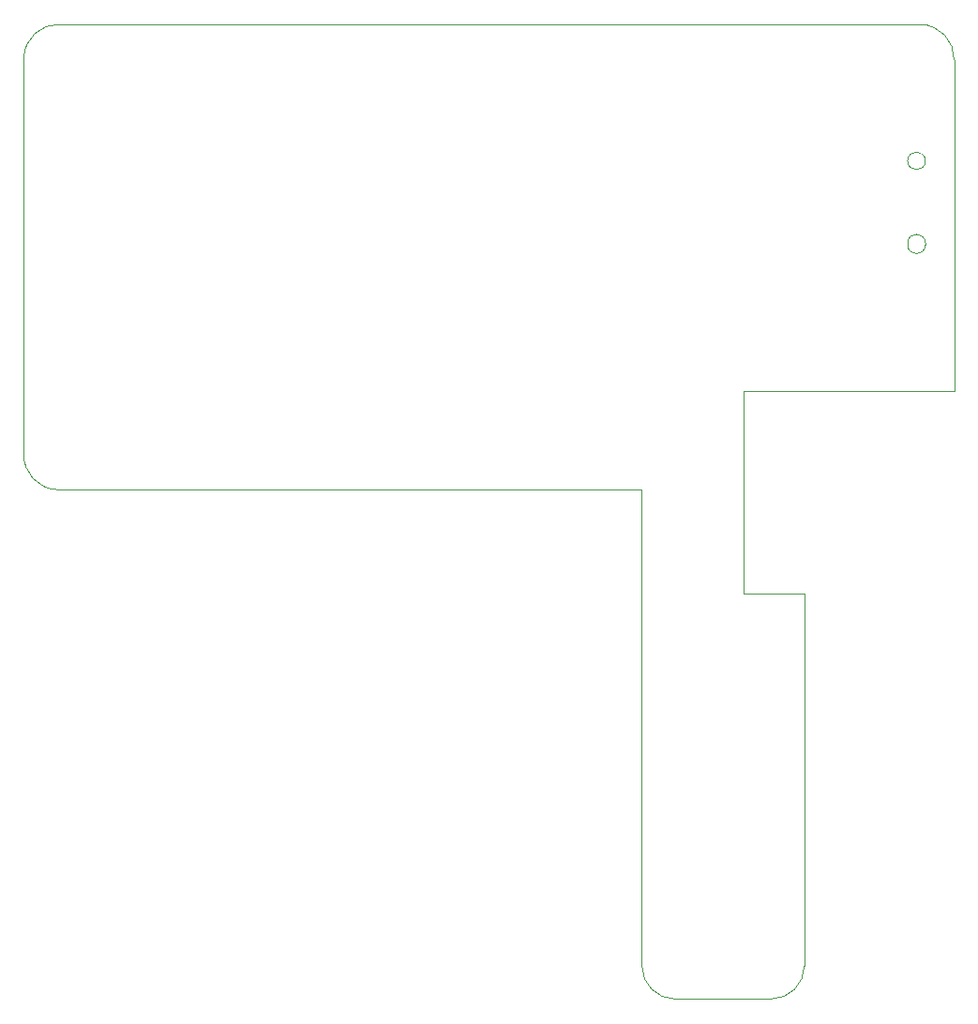
<source format=gm1>
G04 #@! TF.GenerationSoftware,KiCad,Pcbnew,(5.99.0-12980-gcf6acae791)*
G04 #@! TF.CreationDate,2022-01-10T16:17:47+01:00*
G04 #@! TF.ProjectId,ARM_RPI4_HAT,41524d5f-5250-4493-945f-4841542e6b69,rev?*
G04 #@! TF.SameCoordinates,Original*
G04 #@! TF.FileFunction,Profile,NP*
%FSLAX46Y46*%
G04 Gerber Fmt 4.6, Leading zero omitted, Abs format (unit mm)*
G04 Created by KiCad (PCBNEW (5.99.0-12980-gcf6acae791)) date 2022-01-10 16:17:47*
%MOMM*%
%LPD*%
G01*
G04 APERTURE LIST*
G04 #@! TA.AperFunction,Profile*
%ADD10C,0.100000*%
G04 #@! TD*
G04 #@! TA.AperFunction,Profile*
%ADD11C,0.120000*%
G04 #@! TD*
G04 APERTURE END LIST*
D10*
X264950000Y-113400000D02*
X264950000Y-95100000D01*
X203200000Y-61999999D02*
G75*
G03*
X200000000Y-65000000I-99998J-3100003D01*
G01*
X200000000Y-100778680D02*
X200000000Y-65000000D01*
X264950000Y-113400000D02*
X270478680Y-113400000D01*
X270478680Y-147000000D02*
X270478680Y-113400000D01*
X284000000Y-95100000D02*
X284000000Y-65200000D01*
X255800000Y-147000000D02*
X255800000Y-104000000D01*
X255800000Y-147000000D02*
G75*
G03*
X258821320Y-150000000I3010660J10660D01*
G01*
X284000001Y-65200000D02*
G75*
G03*
X281000000Y-62000000I-3100003J99998D01*
G01*
X255800000Y-104000000D02*
X203000000Y-104000000D01*
X200000000Y-100778680D02*
G75*
G03*
X203000000Y-104000000I3110661J-110659D01*
G01*
X203200000Y-62000000D02*
X281000000Y-62000000D01*
X264950000Y-95100000D02*
X284000000Y-95100000D01*
X267478680Y-150000000D02*
G75*
G03*
X270478680Y-147000000I-1J3000001D01*
G01*
X258821320Y-150000000D02*
X267478680Y-150000000D01*
D11*
X281400000Y-81750000D02*
X281400000Y-81900000D01*
X279800000Y-81750000D02*
X279800000Y-81900000D01*
X279800000Y-81900000D02*
G75*
G03*
X281400000Y-81900000I800000J0D01*
G01*
X281400000Y-81750000D02*
G75*
G03*
X279800000Y-81750000I-800000J0D01*
G01*
X281400000Y-74325000D02*
G75*
G03*
X281400000Y-74325000I-800000J0D01*
G01*
M02*

</source>
